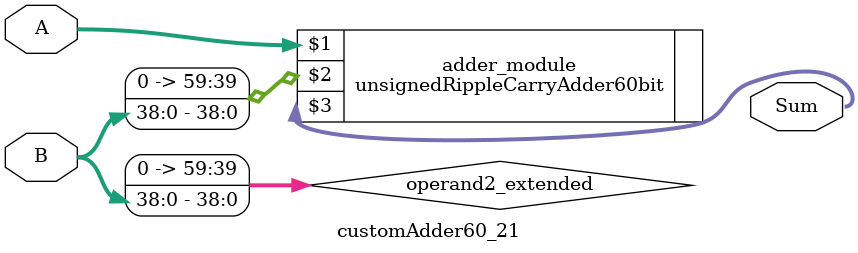
<source format=v>
module customAdder60_21(
                        input [59 : 0] A,
                        input [38 : 0] B,
                        
                        output [60 : 0] Sum
                );

        wire [59 : 0] operand2_extended;
        
        assign operand2_extended =  {21'b0, B};
        
        unsignedRippleCarryAdder60bit adder_module(
            A,
            operand2_extended,
            Sum
        );
        
        endmodule
        
</source>
